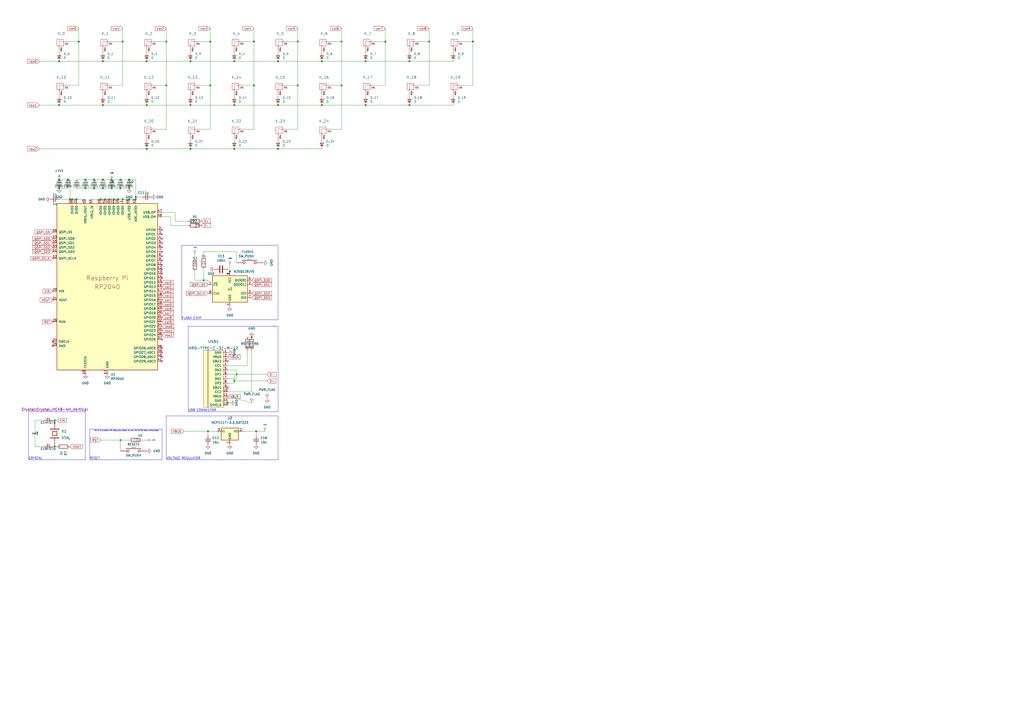
<source format=kicad_sch>
(kicad_sch (version 20230121) (generator eeschema)
  (paper "A2")
  (title_block (title "Steko v1") (rev "v1.0.4") (company "Quanic Boards"))
  (junction (at 78.74 114.3))
  (junction (at 135.89 220.98))
  (junction (at 96.52 49.53))
  (junction (at 31.75 259.08))
  (junction (at 110.49 60.96))
  (junction (at 248.92 24.13))
  (junction (at 237.49 60.96))
  (junction (at 85.09 60.96))
  (junction (at 34.29 104.14))
  (junction (at 39.37 104.14))
  (junction (at 74.93 104.14))
  (junction (at 186.69 60.96))
  (junction (at 135.89 35.56))
  (junction (at 133.35 157.48))
  (junction (at 161.29 35.56))
  (junction (at 74.93 109.22))
  (junction (at 120.65 250.19))
  (junction (at 58.42 115.57))
  (junction (at 146.05 195.58))
  (junction (at 223.52 24.13))
  (junction (at 20.32 251.46))
  (junction (at 121.92 24.13))
  (junction (at 63.5 115.57))
  (junction (at 186.69 35.56))
  (junction (at 44.45 115.57))
  (junction (at 34.29 60.96))
  (junction (at 132.08 233.68))
  (junction (at 59.69 104.14))
  (junction (at 198.12 49.53))
  (junction (at 64.77 109.22))
  (junction (at 147.32 24.13))
  (junction (at 78.74 115.57))
  (junction (at 54.61 104.14))
  (junction (at 34.29 109.22))
  (junction (at 74.93 115.57))
  (junction (at 137.16 217.17))
  (junction (at 54.61 109.22))
  (junction (at 71.12 24.13))
  (junction (at 85.09 35.56))
  (junction (at 64.77 104.14))
  (junction (at 161.29 60.96))
  (junction (at 172.72 24.13))
  (junction (at 135.89 60.96))
  (junction (at 147.32 49.53))
  (junction (at 161.29 86.36))
  (junction (at 85.09 86.36))
  (junction (at 96.52 24.13))
  (junction (at 40.64 115.57))
  (junction (at 172.72 49.53))
  (junction (at 66.04 115.57))
  (junction (at 274.32 24.13))
  (junction (at 148.59 250.19))
  (junction (at 45.72 24.13))
  (junction (at 135.89 86.36))
  (junction (at 60.96 115.57))
  (junction (at 212.09 35.56))
  (junction (at 49.53 109.22))
  (junction (at 198.12 24.13))
  (junction (at 110.49 35.56))
  (junction (at 71.12 115.57))
  (junction (at 41.91 115.57))
  (junction (at 59.69 35.56))
  (junction (at 69.85 109.22))
  (junction (at 69.85 104.14))
  (junction (at 49.53 104.14))
  (junction (at 110.49 86.36))
  (junction (at 59.69 109.22))
  (junction (at 34.29 35.56))
  (junction (at 68.58 115.57))
  (junction (at 31.75 243.84))
  (junction (at 59.69 60.96))
  (junction (at 212.09 60.96))
  (junction (at 69.85 255.27))
  (junction (at 237.49 35.56))
  (junction (at 121.92 49.53))
  (junction (at 118.11 162.56))
  (no_connect (at 132.08 209.55))
  (no_connect (at 93.98 158.75))
  (no_connect (at 93.98 204.47))
  (no_connect (at 132.08 224.79))
  (no_connect (at 93.98 196.85))
  (no_connect (at 93.98 133.35))
  (no_connect (at 30.48 198.12))
  (no_connect (at 93.98 209.55))
  (no_connect (at 93.98 156.21))
  (no_connect (at 93.98 153.67))
  (no_connect (at 93.98 151.13))
  (no_connect (at 93.98 148.59))
  (no_connect (at 93.98 146.05))
  (no_connect (at 93.98 143.51))
  (no_connect (at 93.98 140.97))
  (no_connect (at 93.98 138.43))
  (no_connect (at 93.98 135.89))
  (no_connect (at 30.48 200.66))
  (no_connect (at 93.98 161.29))
  (no_connect (at 93.98 201.93))
  (no_connect (at 93.98 207.01))
  (wire (pts (xy 166.37 49.53) (xy 172.72 49.53)))
  (polyline (pts (xy 160.02 189.23) (xy 109.22 189.23)))
  (wire (pts (xy 237.49 54.61) (xy 237.49 55.88)))
  (wire (pts (xy 85.09 255.27) (xy 82.55 255.27)))
  (wire (pts (xy 132.08 156.21) (xy 133.35 157.48)))
  (wire (pts (xy 59.69 104.14) (xy 64.77 104.14)))
  (wire (pts (xy 198.12 16.51) (xy 198.12 24.13)))
  (wire (pts (xy 135.89 86.36) (xy 161.29 86.36)))
  (wire (pts (xy 34.29 60.96) (xy 59.69 60.96)))
  (wire (pts (xy 31.75 243.84) (xy 33.02 243.84)))
  (wire (pts (xy 212.09 60.96) (xy 237.49 60.96)))
  (wire (pts (xy 191.77 74.93) (xy 198.12 74.93)))
  (polyline (pts (xy 161.29 238.76) (xy 161.29 189.23)))
  (wire (pts (xy 69.85 255.27) (xy 74.93 255.27)))
  (wire (pts (xy 140.97 74.93) (xy 147.32 74.93)))
  (wire (pts (xy 78.74 104.14) (xy 78.74 114.3)))
  (wire (pts (xy 147.32 49.53) (xy 147.32 74.93)))
  (wire (pts (xy 82.55 114.3) (xy 78.74 114.3)))
  (wire (pts (xy 85.09 35.56) (xy 110.49 35.56)))
  (wire (pts (xy 96.52 16.51) (xy 96.52 24.13)))
  (wire (pts (xy 54.61 104.14) (xy 59.69 104.14)))
  (wire (pts (xy 90.17 24.13) (xy 96.52 24.13)))
  (polyline (pts (xy 105.41 142.24) (xy 161.29 142.24)))
  (wire (pts (xy 59.69 54.61) (xy 59.69 55.88)))
  (wire (pts (xy 110.49 80.01) (xy 110.49 81.28)))
  (wire (pts (xy 59.69 109.22) (xy 64.77 109.22)))
  (wire (pts (xy 161.29 86.36) (xy 186.69 86.36)))
  (wire (pts (xy 34.29 54.61) (xy 34.29 55.88)))
  (polyline (pts (xy 52.07 248.92) (xy 93.98 248.92)))
  (wire (pts (xy 118.11 162.56) (xy 113.03 162.56)))
  (wire (pts (xy 137.16 217.17) (xy 154.94 217.17)))
  (polyline (pts (xy 109.22 189.23) (xy 109.22 238.76)))
  (wire (pts (xy 118.11 156.21) (xy 118.11 162.56)))
  (wire (pts (xy 25.4 243.84) (xy 20.32 243.84)))
  (wire (pts (xy 132.08 217.17) (xy 135.89 217.17)))
  (wire (pts (xy 34.29 104.14) (xy 39.37 104.14)))
  (wire (pts (xy 132.08 232.41) (xy 132.08 233.68)))
  (wire (pts (xy 186.69 35.56) (xy 212.09 35.56)))
  (wire (pts (xy 132.08 219.71) (xy 137.16 219.71)))
  (wire (pts (xy 101.6 123.19) (xy 101.6 128.27)))
  (wire (pts (xy 96.52 24.13) (xy 96.52 49.53)))
  (wire (pts (xy 217.17 49.53) (xy 223.52 49.53)))
  (wire (pts (xy 90.17 74.93) (xy 96.52 74.93)))
  (wire (pts (xy 132.08 227.33) (xy 146.05 227.33)))
  (wire (pts (xy 161.29 80.01) (xy 161.29 81.28)))
  (wire (pts (xy 217.17 24.13) (xy 223.52 24.13)))
  (wire (pts (xy 212.09 35.56) (xy 237.49 35.56)))
  (wire (pts (xy 120.65 165.1) (xy 120.65 162.56)))
  (wire (pts (xy 66.04 115.57) (xy 68.58 115.57)))
  (wire (pts (xy 85.09 80.01) (xy 85.09 81.28)))
  (wire (pts (xy 110.49 35.56) (xy 135.89 35.56)))
  (wire (pts (xy 147.32 24.13) (xy 147.32 49.53)))
  (wire (pts (xy 133.35 153.67) (xy 133.35 157.48)))
  (wire (pts (xy 39.37 24.13) (xy 45.72 24.13)))
  (wire (pts (xy 140.97 24.13) (xy 147.32 24.13)))
  (wire (pts (xy 58.42 115.57) (xy 60.96 115.57)))
  (wire (pts (xy 172.72 49.53) (xy 172.72 74.93)))
  (wire (pts (xy 113.03 147.32) (xy 113.03 149.86)))
  (wire (pts (xy 85.09 86.36) (xy 110.49 86.36)))
  (wire (pts (xy 148.59 250.19) (xy 153.67 250.19)))
  (wire (pts (xy 41.91 115.57) (xy 44.45 115.57)))
  (wire (pts (xy 143.51 203.2) (xy 143.51 212.09)))
  (wire (pts (xy 132.08 212.09) (xy 143.51 212.09)))
  (wire (pts (xy 20.32 243.84) (xy 20.32 251.46)))
  (wire (pts (xy 22.86 35.56) (xy 34.29 35.56)))
  (wire (pts (xy 40.64 115.57) (xy 41.91 115.57)))
  (wire (pts (xy 135.89 54.61) (xy 135.89 55.88)))
  (wire (pts (xy 172.72 16.51) (xy 172.72 24.13)))
  (wire (pts (xy 59.69 60.96) (xy 85.09 60.96)))
  (wire (pts (xy 110.49 60.96) (xy 135.89 60.96)))
  (wire (pts (xy 31.75 259.08) (xy 30.48 259.08)))
  (wire (pts (xy 132.08 233.68) (xy 133.35 233.68)))
  (wire (pts (xy 146.05 233.68) (xy 132.08 229.87)))
  (polyline (pts (xy 158.75 189.23) (xy 161.29 189.23)))
  (wire (pts (xy 99.06 130.81) (xy 109.22 130.81)))
  (wire (pts (xy 85.09 29.21) (xy 85.09 30.48)))
  (wire (pts (xy 161.29 60.96) (xy 186.69 60.96)))
  (polyline (pts (xy 161.29 241.3) (xy 96.52 241.3)))
  (wire (pts (xy 106.68 250.19) (xy 120.65 250.19)))
  (wire (pts (xy 121.92 16.51) (xy 121.92 24.13)))
  (wire (pts (xy 71.12 16.51) (xy 71.12 24.13)))
  (polyline (pts (xy 161.29 241.3) (xy 161.29 266.7)))
  (wire (pts (xy 248.92 24.13) (xy 248.92 49.53)))
  (polyline (pts (xy 161.29 185.42) (xy 105.41 185.42)))
  (wire (pts (xy 147.32 16.51) (xy 147.32 24.13)))
  (wire (pts (xy 161.29 29.21) (xy 161.29 30.48)))
  (wire (pts (xy 237.49 35.56) (xy 262.89 35.56)))
  (wire (pts (xy 93.98 123.19) (xy 101.6 123.19)))
  (polyline (pts (xy 49.53 238.76) (xy 16.51 238.76)))
  (wire (pts (xy 172.72 24.13) (xy 172.72 49.53)))
  (wire (pts (xy 60.96 115.57) (xy 63.5 115.57)))
  (wire (pts (xy 135.89 222.25) (xy 132.08 222.25)))
  (wire (pts (xy 71.12 24.13) (xy 71.12 49.53)))
  (wire (pts (xy 64.77 49.53) (xy 71.12 49.53)))
  (wire (pts (xy 34.29 29.21) (xy 34.29 30.48)))
  (wire (pts (xy 140.97 250.19) (xy 148.59 250.19)))
  (wire (pts (xy 33.02 259.08) (xy 31.75 259.08)))
  (wire (pts (xy 242.57 49.53) (xy 248.92 49.53)))
  (wire (pts (xy 137.16 214.63) (xy 137.16 217.17)))
  (wire (pts (xy 59.69 35.56) (xy 85.09 35.56)))
  (wire (pts (xy 113.03 157.48) (xy 113.03 162.56)))
  (wire (pts (xy 242.57 24.13) (xy 248.92 24.13)))
  (wire (pts (xy 40.64 115.57) (xy 40.64 104.14)))
  (wire (pts (xy 115.57 74.93) (xy 121.92 74.93)))
  (wire (pts (xy 39.37 49.53) (xy 45.72 49.53)))
  (wire (pts (xy 54.61 109.22) (xy 59.69 109.22)))
  (wire (pts (xy 53.34 115.57) (xy 58.42 115.57)))
  (wire (pts (xy 267.97 49.53) (xy 274.32 49.53)))
  (wire (pts (xy 135.89 29.21) (xy 135.89 30.48)))
  (wire (pts (xy 69.85 255.27) (xy 69.85 261.62)))
  (wire (pts (xy 223.52 16.51) (xy 223.52 24.13)))
  (wire (pts (xy 135.89 35.56) (xy 161.29 35.56)))
  (polyline (pts (xy 49.53 266.7) (xy 16.51 266.7)))
  (wire (pts (xy 248.92 16.51) (xy 248.92 24.13)))
  (wire (pts (xy 64.77 109.22) (xy 69.85 109.22)))
  (wire (pts (xy 191.77 49.53) (xy 198.12 49.53)))
  (wire (pts (xy 45.72 24.13) (xy 45.72 49.53)))
  (wire (pts (xy 101.6 128.27) (xy 109.22 128.27)))
  (wire (pts (xy 262.89 54.61) (xy 262.89 55.88)))
  (wire (pts (xy 223.52 24.13) (xy 223.52 49.53)))
  (wire (pts (xy 135.89 60.96) (xy 161.29 60.96)))
  (wire (pts (xy 71.12 115.57) (xy 74.93 115.57)))
  (wire (pts (xy 110.49 86.36) (xy 135.89 86.36)))
  (wire (pts (xy 90.17 49.53) (xy 96.52 49.53)))
  (wire (pts (xy 135.89 220.98) (xy 135.89 222.25)))
  (wire (pts (xy 262.89 29.21) (xy 262.89 30.48)))
  (polyline (pts (xy 105.41 142.24) (xy 105.41 185.42)))
  (wire (pts (xy 140.97 49.53) (xy 147.32 49.53)))
  (wire (pts (xy 34.29 109.22) (xy 39.37 109.22)))
  (wire (pts (xy 237.49 60.96) (xy 262.89 60.96)))
  (wire (pts (xy 115.57 49.53) (xy 121.92 49.53)))
  (wire (pts (xy 110.49 54.61) (xy 110.49 55.88)))
  (wire (pts (xy 34.29 115.57) (xy 40.64 115.57)))
  (wire (pts (xy 78.74 114.3) (xy 78.74 115.57)))
  (wire (pts (xy 44.45 109.22) (xy 49.53 109.22)))
  (wire (pts (xy 186.69 60.96) (xy 212.09 60.96)))
  (wire (pts (xy 30.48 243.84) (xy 31.75 243.84)))
  (wire (pts (xy 20.32 251.46) (xy 20.32 259.08)))
  (wire (pts (xy 25.4 259.08) (xy 20.32 259.08)))
  (wire (pts (xy 110.49 29.21) (xy 110.49 30.48)))
  (wire (pts (xy 69.85 109.22) (xy 74.93 109.22)))
  (wire (pts (xy 161.29 54.61) (xy 161.29 55.88)))
  (wire (pts (xy 68.58 115.57) (xy 71.12 115.57)))
  (wire (pts (xy 120.65 250.19) (xy 125.73 250.19)))
  (wire (pts (xy 59.69 29.21) (xy 59.69 30.48)))
  (wire (pts (xy 186.69 80.01) (xy 186.69 81.28)))
  (wire (pts (xy 22.86 60.96) (xy 34.29 60.96)))
  (wire (pts (xy 96.52 49.53) (xy 96.52 74.93)))
  (polyline (pts (xy 161.29 142.24) (xy 161.29 185.42)))
  (polyline (pts (xy 96.52 241.3) (xy 96.52 266.7)))
  (wire (pts (xy 121.92 49.53) (xy 121.92 74.93)))
  (wire (pts (xy 64.77 104.14) (xy 69.85 104.14)))
  (wire (pts (xy 237.49 29.21) (xy 237.49 30.48)))
  (wire (pts (xy 85.09 60.96) (xy 110.49 60.96)))
  (wire (pts (xy 135.89 220.98) (xy 154.94 220.98)))
  (wire (pts (xy 44.45 104.14) (xy 49.53 104.14)))
  (wire (pts (xy 132.08 214.63) (xy 137.16 214.63)))
  (polyline (pts (xy 109.22 238.76) (xy 161.29 238.76)))
  (wire (pts (xy 212.09 54.61) (xy 212.09 55.88)))
  (polyline (pts (xy 93.98 248.92) (xy 93.98 266.7)))
  (wire (pts (xy 143.51 195.58) (xy 146.05 195.58)))
  (wire (pts (xy 198.12 24.13) (xy 198.12 49.53)))
  (wire (pts (xy 146.05 227.33) (xy 146.05 203.2)))
  (wire (pts (xy 191.77 24.13) (xy 198.12 24.13)))
  (wire (pts (xy 137.16 146.05) (xy 137.16 152.4)))
  (polyline (pts (xy 52.07 266.7) (xy 52.07 248.92)))
  (wire (pts (xy 118.11 148.59) (xy 118.11 146.05)))
  (wire (pts (xy 93.98 125.73) (xy 99.06 125.73)))
  (wire (pts (xy 186.69 29.21) (xy 186.69 30.48)))
  (wire (pts (xy 148.59 250.19) (xy 148.59 252.73)))
  (wire (pts (xy 198.12 49.53) (xy 198.12 74.93)))
  (wire (pts (xy 58.42 255.27) (xy 69.85 255.27)))
  (wire (pts (xy 132.08 233.68) (xy 132.08 234.95)))
  (wire (pts (xy 166.37 74.93) (xy 172.72 74.93)))
  (wire (pts (xy 74.93 115.57) (xy 78.74 115.57)))
  (polyline (pts (xy 16.51 266.7) (xy 16.51 238.76)))
  (wire (pts (xy 45.72 16.51) (xy 45.72 24.13)))
  (wire (pts (xy 120.65 250.19) (xy 120.65 252.73)))
  (wire (pts (xy 121.92 24.13) (xy 121.92 49.53)))
  (wire (pts (xy 22.86 86.36) (xy 85.09 86.36)))
  (wire (pts (xy 166.37 24.13) (xy 172.72 24.13)))
  (wire (pts (xy 64.77 24.13) (xy 71.12 24.13)))
  (wire (pts (xy 161.29 35.56) (xy 186.69 35.56)))
  (wire (pts (xy 137.16 217.17) (xy 137.16 219.71)))
  (wire (pts (xy 49.53 109.22) (xy 54.61 109.22)))
  (polyline (pts (xy 93.98 266.7) (xy 52.07 266.7)))
  (polyline (pts (xy 49.53 238.76) (xy 49.53 266.7)))
  (wire (pts (xy 40.64 104.14) (xy 39.37 104.14)))
  (wire (pts (xy 274.32 24.13) (xy 274.32 49.53)))
  (wire (pts (xy 34.29 35.56) (xy 59.69 35.56)))
  (wire (pts (xy 118.11 146.05) (xy 137.16 146.05)))
  (wire (pts (xy 267.97 24.13) (xy 274.32 24.13)))
  (wire (pts (xy 186.69 54.61) (xy 186.69 55.88)))
  (wire (pts (xy 99.06 125.73) (xy 99.06 130.81)))
  (wire (pts (xy 63.5 115.57) (xy 66.04 115.57)))
  (wire (pts (xy 135.89 217.17) (xy 135.89 220.98)))
  (wire (pts (xy 120.65 162.56) (xy 118.11 162.56)))
  (polyline (pts (xy 96.52 266.7) (xy 161.29 266.7)))
  (wire (pts (xy 212.09 29.21) (xy 212.09 30.48)))
  (wire (pts (xy 274.32 16.51) (xy 274.32 24.13)))
  (wire (pts (xy 85.09 54.61) (xy 85.09 55.88)))
  (wire (pts (xy 135.89 80.01) (xy 135.89 81.28)))
  (wire (pts (xy 44.45 115.57) (xy 49.53 115.57)))
  (wire (pts (xy 69.85 104.14) (xy 74.93 104.14)))
  (wire (pts (xy 74.93 104.14) (xy 78.74 104.14)))
  (wire (pts (xy 49.53 104.14) (xy 54.61 104.14)))
  (wire (pts (xy 115.57 24.13) (xy 121.92 24.13)))
  (text "FLASH CHIP" (at 105.41 185.42 0) (effects (font (size 1.27 1.27)) (justify left bottom)))
  (text "RESET\n" (at 52.07 266.7 0) (effects (font (size 1.27 1.27)) (justify left bottom)))
  (text "USB CONNECTOR" (at 109.22 238.76 0) (effects (font (size 1.27 1.27)) (justify left bottom)))
  (text "CRYSTAL\n" (at 16.51 266.7 0) (effects (font (size 1.27 1.27)) (justify left bottom)))
  (text "RUN pin is by default HIGH using pullup resistor, and when LOW the MCU stops running (resets)" (at 54.61 250.19 0) (effects (font (size 0.5 0.5)) (justify left bottom)))
  (text "VOLTAGE REGULATOR\n" (at 96.52 266.7 0) (effects (font (size 1.27 1.27)) (justify left bottom)))
  (global_label "row2" (shape input) (at 22.86 86.36 180) (property "Intersheetrefs" "${INTERSHEET_REFS}" (effects hide)))
  (global_label "RST" (shape input) (at 30.48 186.69 180) (property "Intersheetrefs" "${INTERSHEET_REFS}" (effects hide)))
  (global_label "row1" (shape input) (at 93.98 191.77 0) (property "Intersheetrefs" "${INTERSHEET_REFS}" (effects hide)))
  (global_label "row2" (shape input) (at 93.98 194.31 0) (property "Intersheetrefs" "${INTERSHEET_REFS}" (effects hide)))
  (global_label "XOUT" (shape input) (at 30.48 173.99 180) (property "Intersheetrefs" "${INTERSHEET_REFS}" (effects hide)))
  (global_label "col2" (shape input) (at 96.52 16.51 180) (property "Intersheetrefs" "${INTERSHEET_REFS}" (effects hide)))
  (global_label "QSPI_SD1" (shape input) (at 30.48 140.97 180) (property "Intersheetrefs" "${INTERSHEET_REFS}" (effects hide)))
  (global_label "col4" (shape input) (at 93.98 173.99 0) (property "Intersheetrefs" "${INTERSHEET_REFS}" (effects hide)))
  (global_label "QSPI_SD2" (shape input) (at 30.48 143.51 180) (property "Intersheetrefs" "${INTERSHEET_REFS}" (effects hide)))
  (global_label "col5" (shape input) (at 93.98 176.53 0) (property "Intersheetrefs" "${INTERSHEET_REFS}" (effects hide)))
  (global_label "col5" (shape input) (at 172.72 16.51 180) (property "Intersheetrefs" "${INTERSHEET_REFS}" (effects hide)))
  (global_label "col6" (shape input) (at 93.98 179.07 0) (property "Intersheetrefs" "${INTERSHEET_REFS}" (effects hide)))
  (global_label "row0" (shape input) (at 22.86 35.56 180) (property "Intersheetrefs" "${INTERSHEET_REFS}" (effects hide)))
  (global_label "col6" (shape input) (at 198.12 16.51 180) (property "Intersheetrefs" "${INTERSHEET_REFS}" (effects hide)))
  (global_label "XOUT" (shape input) (at 40.64 259.08 0) (property "Intersheetrefs" "${INTERSHEET_REFS}" (effects hide)))
  (global_label "D+" (shape input) (at 154.94 220.98 0) (property "Intersheetrefs" "${INTERSHEET_REFS}" (effects hide)))
  (global_label "QSPI_SD3" (shape input) (at 30.48 146.05 180) (property "Intersheetrefs" "${INTERSHEET_REFS}" (effects hide)))
  (global_label "col8" (shape input) (at 248.92 16.51 180) (property "Intersheetrefs" "${INTERSHEET_REFS}" (effects hide)))
  (global_label "col0" (shape input) (at 45.72 16.51 180) (property "Intersheetrefs" "${INTERSHEET_REFS}" (effects hide)))
  (global_label "D-" (shape input) (at 116.84 130.81 0) (property "Intersheetrefs" "${INTERSHEET_REFS}" (effects hide)))
  (global_label "col1" (shape input) (at 71.12 16.51 180) (property "Intersheetrefs" "${INTERSHEET_REFS}" (effects hide)))
  (global_label "QSPI_SCLK" (shape input) (at 30.48 149.86 180) (property "Intersheetrefs" "${INTERSHEET_REFS}" (effects hide)))
  (global_label "col8" (shape input) (at 93.98 184.15 0) (property "Intersheetrefs" "${INTERSHEET_REFS}" (effects hide)))
  (global_label "VBUS" (shape input) (at 132.08 229.87 0) (property "Intersheetrefs" "${INTERSHEET_REFS}" (effects hide)))
  (global_label "RST" (shape input) (at 58.42 255.27 180) (property "Intersheetrefs" "${INTERSHEET_REFS}" (effects hide)))
  (global_label "row0" (shape input) (at 93.98 189.23 0) (property "Intersheetrefs" "${INTERSHEET_REFS}" (effects hide)))
  (global_label "row1" (shape input) (at 22.86 60.96 180) (property "Intersheetrefs" "${INTERSHEET_REFS}" (effects hide)))
  (global_label "col4" (shape input) (at 147.32 16.51 180) (property "Intersheetrefs" "${INTERSHEET_REFS}" (effects hide)))
  (global_label "VBUS" (shape input) (at 132.08 207.01 0) (property "Intersheetrefs" "${INTERSHEET_REFS}" (effects hide)))
  (global_label "D+" (shape input) (at 116.84 128.27 0) (property "Intersheetrefs" "${INTERSHEET_REFS}" (effects hide)))
  (global_label "QSPI_SD3" (shape input) (at 146.05 172.72 0) (property "Intersheetrefs" "${INTERSHEET_REFS}" (effects hide)))
  (global_label "col3" (shape input) (at 121.92 16.51 180) (property "Intersheetrefs" "${INTERSHEET_REFS}" (effects hide)))
  (global_label "col9" (shape input) (at 274.32 16.51 180) (property "Intersheetrefs" "${INTERSHEET_REFS}" (effects hide)))
  (global_label "VBUS" (shape input) (at 106.68 250.19 180) (property "Intersheetrefs" "${INTERSHEET_REFS}" (effects hide)))
  (global_label "col0" (shape input) (at 93.98 163.83 0) (property "Intersheetrefs" "${INTERSHEET_REFS}" (effects hide)))
  (global_label "col7" (shape input) (at 223.52 16.51 180) (property "Intersheetrefs" "${INTERSHEET_REFS}" (effects hide)))
  (global_label "QSPI_SS" (shape input) (at 30.48 134.62 180) (property "Intersheetrefs" "${INTERSHEET_REFS}" (effects hide)))
  (global_label "D-" (shape input) (at 154.94 217.17 0) (property "Intersheetrefs" "${INTERSHEET_REFS}" (effects hide)))
  (global_label "QSPI_SD2" (shape input) (at 146.05 170.18 0) (property "Intersheetrefs" "${INTERSHEET_REFS}" (effects hide)))
  (global_label "XIN" (shape input) (at 33.02 243.84 0) (property "Intersheetrefs" "${INTERSHEET_REFS}" (effects hide)))
  (global_label "QSPI_SD0" (shape input) (at 30.48 138.43 180) (property "Intersheetrefs" "${INTERSHEET_REFS}" (effects hide)))
  (global_label "XIN" (shape input) (at 30.48 168.91 180) (property "Intersheetrefs" "${INTERSHEET_REFS}" (effects hide)))
  (global_label "col2" (shape input) (at 93.98 168.91 0) (property "Intersheetrefs" "${INTERSHEET_REFS}" (effects hide)))
  (global_label "QSPI_SD0" (shape input) (at 146.05 162.56 0) (property "Intersheetrefs" "${INTERSHEET_REFS}" (effects hide)))
  (global_label "col7" (shape input) (at 93.98 181.61 0) (property "Intersheetrefs" "${INTERSHEET_REFS}" (effects hide)))
  (global_label "QSPI_SD1" (shape input) (at 146.05 165.1 0) (property "Intersheetrefs" "${INTERSHEET_REFS}" (effects hide)))
  (global_label "col3" (shape input) (at 93.98 171.45 0) (property "Intersheetrefs" "${INTERSHEET_REFS}" (effects hide)))
  (global_label "QSPI_SCLK" (shape input) (at 120.65 170.18 180) (property "Intersheetrefs" "${INTERSHEET_REFS}" (effects hide)))
  (global_label "QSPI_SS" (shape input) (at 120.65 165.1 180) (property "Intersheetrefs" "${INTERSHEET_REFS}" (effects hide)))
  (global_label "col9" (shape input) (at 93.98 186.69 0) (property "Intersheetrefs" "${INTERSHEET_REFS}" (effects hide)))
  (global_label "col1" (shape input) (at 93.98 166.37 0) (property "Intersheetrefs" "${INTERSHEET_REFS}" (effects hide)))
  (symbol (lib_id "power:GND") (at 85.09 261.62 90) (unit 1)
    (property "Reference" "#PWR0102" (effects hide))
    (property "Value" "GND" (at 88.9 261.6199 90) (effects (justify right)))
  )
  (symbol (lib_id "Device:D_Small") (at 161.29 58.42 90) (unit 1)
    (property "Reference" "D_15" (at 163.83 56.642 90) (effects (justify right)))
    (property "Value" "D" (at 163.83 58.928 90) (effects (justify right)))
    (property "Footprint" "Diode_SMD:D_SOD-123" (effects hide))
  )
  (symbol (lib_id "Device:C_Small") (at 59.69 106.68 0) (unit 1)
    (property "Reference" "C7" (at 58.42 105.41 0) (effects (justify left)))
    (property "Value" "100n" (at 57.15 107.95 0) (effects (justify left)))
    (property "Footprint" "Capacitor_SMD:C_1206_3216Metric" (effects hide))
  )
  (symbol (lib_id "MX_Alps_Hybrid:MX-NoLED") (at 60.96 25.4 0) (unit 1)
    (property "Reference" "K_1" (at 60.96 19.4818 0) (effects (font (size 1.524 1.524))))
    (property "Value" "KEYSW" (effects hide))
    (property "Footprint" "footprints:MX-1U-NoLED" (effects hide))
  )
  (symbol (lib_id "keyboard_parts:+3V3") (at 113.03 147.32 0) (unit 1)
    (property "Reference" "#PWR010" (effects hide))
    (property "Value" "+3V3" (at 113.03 143.51 0) (effects (font (size 0.762 0.762))))
  )
  (symbol (lib_id "RP2040_minimal-cache:Device_C") (at 128.27 156.21 90) (unit 1)
    (property "Reference" "C13" (at 128.27 148.59 90))
    (property "Value" "100n" (at 128.27 151.13 90))
    (property "Footprint" "Capacitor_SMD:C_1206_3216Metric" (effects hide))
    (property "LCSC" "C60474" (effects hide))
  )
  (symbol (lib_id "Device:D_Small") (at 59.69 58.42 90) (unit 1)
    (property "Reference" "D_11" (at 62.23 56.642 90) (effects (justify right)))
    (property "Value" "D" (at 62.23 58.928 90) (effects (justify right)))
    (property "Footprint" "Diode_SMD:D_SOD-123" (effects hide))
  )
  (symbol (lib_id "MX_Alps_Hybrid:MX-NoLED") (at 238.76 50.8 0) (unit 1)
    (property "Reference" "K_18" (at 238.76 44.8818 0) (effects (font (size 1.524 1.524))))
    (property "Value" "KEYSW" (effects hide))
    (property "Footprint" "footprints:MX-1U-NoLED" (effects hide))
  )
  (symbol (lib_id "MX_Alps_Hybrid:MX-NoLED") (at 187.96 50.8 0) (unit 1)
    (property "Reference" "K_16" (at 187.96 44.8818 0) (effects (font (size 1.524 1.524))))
    (property "Value" "KEYSW" (effects hide))
    (property "Footprint" "footprints:MX-1U-NoLED" (effects hide))
  )
  (symbol (lib_id "keyboard_parts:SW_PUSH") (at 144.78 152.4 0) (unit 1)
    (property "Reference" "FLASH1" (at 147.32 146.05 0) (effects (justify right)))
    (property "Value" "SW_PUSH" (at 147.32 148.59 0) (effects (justify right)))
    (property "Footprint" "Button_Switch_SMD:SW_SPST_PTS645" (effects hide))
  )
  (symbol (lib_id "Device:C_Small") (at 69.85 106.68 0) (unit 1)
    (property "Reference" "C9" (at 68.58 105.41 0) (effects (justify left)))
    (property "Value" "100n" (at 67.31 107.95 0) (effects (justify left)))
    (property "Footprint" "Capacitor_SMD:C_1206_3216Metric" (effects hide))
  )
  (symbol (lib_id "Device:D_Small") (at 186.69 33.02 90) (unit 1)
    (property "Reference" "D_6" (at 189.23 31.242 90) (effects (justify right)))
    (property "Value" "D" (at 189.23 33.528 90) (effects (justify right)))
    (property "Footprint" "Diode_SMD:D_SOD-123" (effects hide))
  )
  (symbol (lib_id "MX_Alps_Hybrid:MX-NoLED") (at 86.36 76.2 0) (unit 1)
    (property "Reference" "K_20" (at 86.36 70.2818 0) (effects (font (size 1.524 1.524))))
    (property "Value" "KEYSW" (effects hide))
    (property "Footprint" "footprints:MX-1U-NoLED" (effects hide))
  )
  (symbol (lib_id "Device:C_Small") (at 49.53 106.68 0) (unit 1)
    (property "Reference" "C5" (at 48.26 105.41 0) (effects (justify left)))
    (property "Value" "100n" (at 46.99 107.95 0) (effects (justify left)))
    (property "Footprint" "Capacitor_SMD:C_1206_3216Metric" (effects hide))
  )
  (symbol (lib_id "Device:C_Small") (at 31.75 115.57 270) (unit 1)
    (property "Reference" "C1" (at 30.48 113.03 90) (effects (justify left)))
    (property "Value" "1u" (at 30.48 118.11 90) (effects (justify left)))
    (property "Footprint" "Capacitor_SMD:C_1206_3216Metric" (effects hide))
  )
  (symbol (lib_id "power:+1V1") (at 34.29 104.14 0) (unit 1)
    (property "Reference" "#PWR03" (effects hide))
    (property "Value" "+1V1" (at 34.29 99.06 0))
  )
  (symbol (lib_id "Device:D_Small") (at 161.29 33.02 90) (unit 1)
    (property "Reference" "D_5" (at 163.83 31.242 90) (effects (justify right)))
    (property "Value" "D" (at 163.83 33.528 90) (effects (justify right)))
    (property "Footprint" "Diode_SMD:D_SOD-123" (effects hide))
  )
  (symbol (lib_id "Device:C_Small") (at 34.29 106.68 0) (unit 1)
    (property "Reference" "C2" (at 33.02 105.41 0) (effects (justify left)))
    (property "Value" "100n" (at 31.75 107.95 0) (effects (justify left)))
    (property "Footprint" "Capacitor_SMD:C_1206_3216Metric" (effects hide))
  )
  (symbol (lib_id "Device:C_Small") (at 64.77 106.68 0) (unit 1)
    (property "Reference" "C8" (at 63.5 105.41 0) (effects (justify left)))
    (property "Value" "100n" (at 62.23 107.95 0) (effects (justify left)))
    (property "Footprint" "Capacitor_SMD:C_1206_3216Metric" (effects hide))
  )
  (symbol (lib_id "Device:C_Small") (at 120.65 255.27 0) (unit 1)
    (property "Reference" "C12" (at 123.19 254.0062 0) (effects (justify left)))
    (property "Value" "10u" (at 123.19 256.5462 0) (effects (justify left)))
    (property "Footprint" "Capacitor_SMD:C_1206_3216Metric" (effects hide))
  )
  (symbol (lib_id "Device:C_Small") (at 54.61 106.68 0) (unit 1)
    (property "Reference" "C6" (at 53.34 105.41 0) (effects (justify left)))
    (property "Value" "100n" (at 52.07 107.95 0) (effects (justify left)))
    (property "Footprint" "Capacitor_SMD:C_1206_3216Metric" (effects hide))
  )
  (symbol (lib_id "Device:D_Small") (at 59.69 33.02 90) (unit 1)
    (property "Reference" "D_1" (at 62.23 31.242 90) (effects (justify right)))
    (property "Value" "D" (at 62.23 33.528 90) (effects (justify right)))
    (property "Footprint" "Diode_SMD:D_SOD-123" (effects hide))
  )
  (symbol (lib_id "power:GND") (at 154.94 231.14 0) (unit 1)
    (property "Reference" "#PWR0103" (effects hide))
    (property "Value" "GND" (at 154.94 236.22 0))
  )
  (symbol (lib_id "MX_Alps_Hybrid:MX-NoLED") (at 264.16 50.8 0) (unit 1)
    (property "Reference" "K_19" (at 264.16 44.8818 0) (effects (font (size 1.524 1.524))))
    (property "Value" "KEYSW" (effects hide))
    (property "Footprint" "footprints:MX-1U-NoLED" (effects hide))
  )
  (symbol (lib_id "MX_Alps_Hybrid:MX-NoLED") (at 35.56 50.8 0) (unit 1)
    (property "Reference" "K_10" (at 35.56 44.8818 0) (effects (font (size 1.524 1.524))))
    (property "Value" "KEYSW" (effects hide))
    (property "Footprint" "footprints:MX-1U-NoLED" (effects hide))
  )
  (symbol (lib_id "keyboard_parts:+3V3") (at 133.35 153.67 0) (unit 1)
    (property "Reference" "#PWR014" (effects hide))
    (property "Value" "+3V3" (at 133.35 149.86 0) (effects (font (size 0.762 0.762))))
  )
  (symbol (lib_id "MX_Alps_Hybrid:MX-NoLED") (at 86.36 50.8 0) (unit 1)
    (property "Reference" "K_12" (at 86.36 44.8818 0) (effects (font (size 1.524 1.524))))
    (property "Value" "KEYSW" (effects hide))
    (property "Footprint" "footprints:MX-1U-NoLED" (effects hide))
  )
  (symbol (lib_id "Device:D_Small") (at 34.29 58.42 90) (unit 1)
    (property "Reference" "D_10" (at 36.83 56.642 90) (effects (justify right)))
    (property "Value" "D" (at 36.83 58.928 90) (effects (justify right)))
    (property "Footprint" "Diode_SMD:D_SOD-123" (effects hide))
  )
  (symbol (lib_id "MX_Alps_Hybrid:MX-NoLED") (at 187.96 76.2 0) (unit 1)
    (property "Reference" "K_24" (at 187.96 70.2818 0) (effects (font (size 1.524 1.524))))
    (property "Value" "KEYSW" (effects hide))
    (property "Footprint" "footprints:MX-1U-NoLED" (effects hide))
  )
  (symbol (lib_id "Device:C_Small") (at 74.93 106.68 0) (unit 1)
    (property "Reference" "C10" (at 73.66 105.41 0) (effects (justify left)))
    (property "Value" "100n" (at 72.39 107.95 0) (effects (justify left)))
    (property "Footprint" "Capacitor_SMD:C_1206_3216Metric" (effects hide))
  )
  (symbol (lib_id "Device:R") (at 113.03 153.67 0) (unit 1)
    (property "Reference" "R3" (at 111.76 149.86 0) (effects (justify left)))
    (property "Value" "10k" (at 113.03 154.94 90) (effects (justify left)))
    (property "Footprint" "Resistor_SMD:R_1206_3216Metric" (effects hide))
  )
  (symbol (lib_id "power:GND") (at 133.35 257.81 0) (unit 1)
    (property "Reference" "#PWR017" (effects hide))
    (property "Value" "GND" (at 133.35 262.89 0))
  )
  (symbol (lib_id "power:GND") (at 74.93 109.22 0) (unit 1)
    (property "Reference" "#PWR08" (effects hide))
    (property "Value" "GND" (at 74.93 114.3 0))
  )
  (symbol (lib_id "power:PWR_FLAG") (at 154.94 231.14 0) (unit 1)
    (property "Reference" "#FLG0101" (effects hide))
    (property "Value" "PWR_FLAG" (at 154.94 226.06 0))
  )
  (symbol (lib_id "MX_Alps_Hybrid:MX-NoLED") (at 162.56 76.2 0) (unit 1)
    (property "Reference" "K_23" (at 162.56 70.2818 0) (effects (font (size 1.524 1.524))))
    (property "Value" "KEYSW" (effects hide))
    (property "Footprint" "footprints:MX-1U-NoLED" (effects hide))
  )
  (symbol (lib_id "power:GND") (at 124.46 156.21 270) (unit 1)
    (property "Reference" "#PWR012" (effects hide))
    (property "Value" "GND" (at 124.46 158.75 90) (effects (justify right)))
  )
  (symbol (lib_id "power:GND") (at 49.53 217.17 0) (unit 1)
    (property "Reference" "#PWR05" (effects hide))
    (property "Value" "GND" (at 49.53 222.25 0))
  )
  (symbol (lib_id "power:GND") (at 34.29 109.22 0) (unit 1)
    (property "Reference" "#PWR04" (effects hide))
    (property "Value" "GND" (at 34.29 114.3 0))
  )
  (symbol (lib_id "MX_Alps_Hybrid:MX-NoLED") (at 264.16 25.4 0) (unit 1)
    (property "Reference" "K_9" (at 264.16 19.4818 0) (effects (font (size 1.524 1.524))))
    (property "Value" "KEYSW" (effects hide))
    (property "Footprint" "footprints:MX-1U-NoLED" (effects hide))
  )
  (symbol (lib_id "MX_Alps_Hybrid:MX-NoLED") (at 238.76 25.4 0) (unit 1)
    (property "Reference" "K_8" (at 238.76 19.4818 0) (effects (font (size 1.524 1.524))))
    (property "Value" "KEYSW" (effects hide))
    (property "Footprint" "footprints:MX-1U-NoLED" (effects hide))
  )
  (symbol (lib_id "Regulator_Linear:NCP1117-3.3_SOT223") (at 133.35 250.19 0) (unit 1)
    (property "Reference" "U3" (at 133.35 242.57 0))
    (property "Value" "NCP1117-3.3_SOT223" (at 133.35 245.11 0))
    (property "Footprint" "Package_TO_SOT_SMD:SOT-223-3_TabPin2" (effects hide))
    (property "Datasheet" "http://www.onsemi.com/pub_link/Collateral/NCP1117-D.PDF" (effects hide))
  )
  (symbol (lib_id "MX_Alps_Hybrid:MX-NoLED") (at 213.36 50.8 0) (unit 1)
    (property "Reference" "K_17" (at 213.36 44.8818 0) (effects (font (size 1.524 1.524))))
    (property "Value" "KEYSW" (effects hide))
    (property "Footprint" "footprints:MX-1U-NoLED" (effects hide))
  )
  (symbol (lib_id "Device:R") (at 143.51 199.39 0) (unit 1)
    (property "Reference" "R5" (at 139.7 199.39 0) (effects (justify left)))
    (property "Value" "5.1k" (at 143.51 201.93 90) (effects (justify left)))
    (property "Footprint" "Resistor_SMD:R_1206_3216Metric" (effects hide))
  )
  (symbol (lib_id "keyboard_parts:GND") (at 20.32 251.46 270) (unit 1)
    (property "Reference" "#PWR01" (effects hide))
    (property "Value" "GND" (at 21.59 251.46 0) (effects (font (size 0.762 0.762))))
  )
  (symbol (lib_id "MX_Alps_Hybrid:MX-NoLED") (at 162.56 25.4 0) (unit 1)
    (property "Reference" "K_5" (at 162.56 19.4818 0) (effects (font (size 1.524 1.524))))
    (property "Value" "KEYSW" (effects hide))
    (property "Footprint" "footprints:MX-1U-NoLED" (effects hide))
  )
  (symbol (lib_id "Device:D_Small") (at 161.29 83.82 90) (unit 1)
    (property "Reference" "D_23" (at 163.83 82.042 90) (effects (justify right)))
    (property "Value" "D" (at 163.83 84.328 90) (effects (justify right)))
    (property "Footprint" "Diode_SMD:D_SOD-123" (effects hide))
  )
  (symbol (lib_id "Device:R") (at 113.03 130.81 270) (unit 1)
    (property "Reference" "R2" (at 113.03 128.27 90))
    (property "Value" "27" (at 114.3 130.81 90))
    (property "Footprint" "Resistor_SMD:R_1206_3216Metric" (effects hide))
  )
  (symbol (lib_id "Device:D_Small") (at 110.49 58.42 90) (unit 1)
    (property "Reference" "D_13" (at 113.03 56.642 90) (effects (justify right)))
    (property "Value" "D" (at 113.03 58.928 90) (effects (justify right)))
    (property "Footprint" "Diode_SMD:D_SOD-123" (effects hide))
  )
  (symbol (lib_id "Device:R") (at 113.03 128.27 270) (unit 1)
    (property "Reference" "R1" (at 113.03 125.73 90))
    (property "Value" "27" (at 111.76 128.27 90))
    (property "Footprint" "Resistor_SMD:R_1206_3216Metric" (effects hide))
  )
  (symbol (lib_id "Device:C_Small") (at 27.94 243.84 270) (unit 1)
    (property "Reference" "C14" (at 25.4 245.11 90))
    (property "Value" "27p" (at 30.48 245.11 90))
    (property "Footprint" "Capacitor_SMD:C_1206_3216Metric" (effects hide))
  )
  (symbol (lib_id "power:GND") (at 29.21 115.57 270) (unit 1)
    (property "Reference" "#PWR02" (effects hide))
    (property "Value" "GND" (at 24.13 115.57 90))
  )
  (symbol (lib_id "RP2040_minimal-cache:W25Q128JVS") (at 133.35 167.64 0) (unit 1)
    (property "Reference" "U2" (at 132.08 167.64 0) (effects (justify left)))
    (property "Value" "W25Q128JVS" (at 135.3694 157.48 0) (effects (justify left)))
    (property "Footprint" "Package_SO:SOIC-8_5.23x5.23mm_P1.27mm" (effects hide))
    (property "LCSC" "C113767" (effects hide))
  )
  (symbol (lib_id "MX_Alps_Hybrid:MX-NoLED") (at 86.36 25.4 0) (unit 1)
    (property "Reference" "K_2" (at 86.36 19.4818 0) (effects (font (size 1.524 1.524))))
    (property "Value" "KEYSW" (effects hide))
    (property "Footprint" "footprints:MX-1U-NoLED" (effects hide))
  )
  (symbol (lib_id "Device:C_Small") (at 85.09 114.3 90) (unit 1)
    (property "Reference" "C11" (at 83.8262 111.76 90) (effects (justify left)))
    (property "Value" "1u" (at 86.3662 111.76 90) (effects (justify left)))
    (property "Footprint" "Capacitor_SMD:C_1206_3216Metric" (effects hide))
  )
  (symbol (lib_id "power:GND") (at 120.65 257.81 0) (unit 1)
    (property "Reference" "#PWR011" (effects hide))
    (property "Value" "GND" (at 120.65 262.89 0))
  )
  (symbol (lib_id "Device:D_Small") (at 212.09 58.42 90) (unit 1)
    (property "Reference" "D_17" (at 214.63 56.642 90) (effects (justify right)))
    (property "Value" "D" (at 214.63 58.928 90) (effects (justify right)))
    (property "Footprint" "Diode_SMD:D_SOD-123" (effects hide))
  )
  (symbol (lib_id "MX_Alps_Hybrid:MX-NoLED") (at 35.56 25.4 0) (unit 1)
    (property "Reference" "K_0" (at 35.56 19.4818 0) (effects (font (size 1.524 1.524))))
    (property "Value" "KEYSW" (effects hide))
    (property "Footprint" "footprints:MX-1U-NoLED" (effects hide))
  )
  (symbol (lib_id "power:GND") (at 146.05 195.58 180) (unit 1)
    (property "Reference" "#PWR018" (effects hide))
    (property "Value" "GND" (at 146.05 190.5 0))
  )
  (symbol (lib_id "Device:D_Small") (at 85.09 33.02 90) (unit 1)
    (property "Reference" "D_2" (at 87.63 31.242 90) (effects (justify right)))
    (property "Value" "D" (at 87.63 33.528 90) (effects (justify right)))
    (property "Footprint" "Diode_SMD:D_SOD-123" (effects hide))
  )
  (symbol (lib_id "MX_Alps_Hybrid:MX-NoLED") (at 111.76 25.4 0) (unit 1)
    (property "Reference" "K_3" (at 111.76 19.4818 0) (effects (font (size 1.524 1.524))))
    (property "Value" "KEYSW" (effects hide))
    (property "Footprint" "footprints:MX-1U-NoLED" (effects hide))
  )
  (symbol (lib_id "power:PWR_FLAG") (at 146.05 233.68 0) (unit 1)
    (property "Reference" "#FLG0102" (effects hide))
    (property "Value" "PWR_FLAG" (at 146.05 228.6 0))
  )
  (symbol (lib_id "Device:R") (at 146.05 199.39 0) (unit 1)
    (property "Reference" "R6" (at 147.32 199.39 0) (effects (justify left)))
    (property "Value" "5.1k" (at 146.05 201.93 90) (effects (justify left)))
    (property "Footprint" "Resistor_SMD:R_1206_3216Metric" (effects hide))
  )
  (symbol (lib_id "MX_Alps_Hybrid:MX-NoLED") (at 187.96 25.4 0) (unit 1)
    (property "Reference" "K_6" (at 187.96 19.4818 0) (effects (font (size 1.524 1.524))))
    (property "Value" "KEYSW" (effects hide))
    (property "Footprint" "footprints:MX-1U-NoLED" (effects hide))
  )
  (symbol (lib_id "Device:D_Small") (at 262.89 58.42 90) (unit 1)
    (property "Reference" "D_19" (at 265.43 56.642 90) (effects (justify right)))
    (property "Value" "D" (at 265.43 58.928 90) (effects (justify right)))
    (property "Footprint" "Diode_SMD:D_SOD-123" (effects hide))
  )
  (symbol (lib_id "MX_Alps_Hybrid:MX-NoLED") (at 137.16 25.4 0) (unit 1)
    (property "Reference" "K_4" (at 137.16 19.4818 0) (effects (font (size 1.524 1.524))))
    (property "Value" "KEYSW" (effects hide))
    (property "Footprint" "footprints:MX-1U-NoLED" (effects hide))
  )
  (symbol (lib_id "Device:R") (at 78.74 255.27 270) (unit 1)
    (property "Reference" "R8" (at 80.01 252.73 90) (effects (justify left)))
    (property "Value" "10k" (at 77.47 255.27 90) (effects (justify left)))
    (property "Footprint" "Resistor_SMD:R_1206_3216Metric" (effects hide))
  )
  (symbol (lib_id "Device:D_Small") (at 186.69 58.42 90) (unit 1)
    (property "Reference" "D_16" (at 189.23 56.642 90) (effects (justify right)))
    (property "Value" "D" (at 189.23 58.928 90) (effects (justify right)))
    (property "Footprint" "Diode_SMD:D_SOD-123" (effects hide))
  )
  (symbol (lib_id "Device:R") (at 118.11 152.4 0) (unit 1)
    (property "Reference" "R4" (at 116.84 148.59 0) (effects (justify left)))
    (property "Value" "1k" (at 118.11 153.67 90) (effects (justify left)))
    (property "Footprint" "Resistor_SMD:R_1206_3216Metric" (effects hide))
  )
  (symbol (lib_id "Device:D_Small") (at 135.89 58.42 90) (unit 1)
    (property "Reference" "D_14" (at 138.43 56.642 90) (effects (justify right)))
    (property "Value" "D" (at 138.43 58.928 90) (effects (justify right)))
    (property "Footprint" "Diode_SMD:D_SOD-123" (effects hide))
  )
  (symbol (lib_id "Device:D_Small") (at 85.09 83.82 90) (unit 1)
    (property "Reference" "D_20" (at 87.63 82.042 90) (effects (justify right)))
    (property "Value" "D" (at 87.63 84.328 90) (effects (justify right)))
    (property "Footprint" "Diode_SMD:D_SOD-123" (effects hide))
  )
  (symbol (lib_id "MX_Alps_Hybrid:MX-NoLED") (at 111.76 50.8 0) (unit 1)
    (property "Reference" "K_13" (at 111.76 44.8818 0) (effects (font (size 1.524 1.524))))
    (property "Value" "KEYSW" (effects hide))
    (property "Footprint" "footprints:MX-1U-NoLED" (effects hide))
  )
  (symbol (lib_id "Type-C:HRO-TYPE-C-31-M-12") (at 129.54 218.44 0) (unit 1)
    (property "Reference" "USB1" (at 123.825 198.12 0) (effects (font (size 1.524 1.524))))
    (property "Value" "HRO-TYPE-C-31-M-12" (at 123.825 201.93 0) (effects (font (size 1.524 1.524))))
    (property "Footprint" "footprints:HRO-TYPE-C-31-M-12" (effects hide))
  )
  (symbol (lib_id "Device:D_Small") (at 186.69 83.82 90) (unit 1)
    (property "Reference" "D_24" (at 189.23 82.042 90) (effects (justify right)))
    (property "Value" "D" (at 189.23 84.328 90) (effects (justify right)))
    (property "Footprint" "Diode_SMD:D_SOD-123" (effects hide))
  )
  (symbol (lib_id "Device:D_Small") (at 237.49 58.42 90) (unit 1)
    (property "Reference" "D_18" (at 240.03 56.642 90) (effects (justify right)))
    (property "Value" "D" (at 240.03 58.928 90) (effects (justify right)))
    (property "Footprint" "Diode_SMD:D_SOD-123" (effects hide))
  )
  (symbol (lib_id "power:GND") (at 152.4 152.4 90) (unit 1)
    (property "Reference" "#PWR020" (effects hide))
    (property "Value" "GND" (at 157.48 152.4 0))
  )
  (symbol (lib_id "keyboard_parts:+3V3") (at 153.67 250.19 0) (unit 1)
    (property "Reference" "#PWR021" (effects hide))
    (property "Value" "+3V3" (at 153.67 246.38 0) (effects (font (size 0.762 0.762))))
  )
  (symbol (lib_id "Device:D_Small") (at 110.49 33.02 90) (unit 1)
    (property "Reference" "D_3" (at 113.03 31.242 90) (effects (justify right)))
    (property "Value" "D" (at 113.03 33.528 90) (effects (justify right)))
    (property "Footprint" "Diode_SMD:D_SOD-123" (effects hide))
  )
  (symbol (lib_id "MX_Alps_Hybrid:MX-NoLED") (at 137.16 50.8 0) (unit 1)
    (property "Reference" "K_14" (at 137.16 44.8818 0) (effects (font (size 1.524 1.524))))
    (property "Value" "KEYSW" (effects hide))
    (property "Footprint" "footprints:MX-1U-NoLED" (effects hide))
  )
  (symbol (lib_id "power:GND") (at 62.23 217.17 0) (unit 1)
    (property "Reference" "#PWR06" (effects hide))
    (property "Value" "GND" (at 62.23 222.25 0))
  )
  (symbol (lib_id "MX_Alps_Hybrid:MX-NoLED") (at 111.76 76.2 0) (unit 1)
    (property "Reference" "K_21" (at 111.76 70.2818 0) (effects (font (size 1.524 1.524))))
    (property "Value" "KEYSW" (effects hide))
    (property "Footprint" "footprints:MX-1U-NoLED" (effects hide))
  )
  (symbol (lib_id "Device:D_Small") (at 34.29 33.02 90) (unit 1)
    (property "Reference" "D_0" (at 36.83 31.242 90) (effects (justify right)))
    (property "Value" "D" (at 36.83 33.528 90) (effects (justify right)))
    (property "Footprint" "Diode_SMD:D_SOD-123" (effects hide))
  )
  (symbol (lib_id "MX_Alps_Hybrid:MX-NoLED") (at 137.16 76.2 0) (unit 1)
    (property "Reference" "K_22" (at 137.16 70.2818 0) (effects (font (size 1.524 1.524))))
    (property "Value" "KEYSW" (effects hide))
    (property "Footprint" "footprints:MX-1U-NoLED" (effects hide))
  )
  (symbol (lib_id "MCU_RaspberryPi_RP2040:RP2040") (at 62.23 166.37 0) (unit 1)
    (property "Reference" "U1" (at 64.2494 217.17 0) (effects (justify left)))
    (property "Value" "RP2040" (at 64.2494 219.71 0) (effects (justify left)))
    (property "Footprint" "footprints:RP2040-QFN-56" (effects hide))
  )
  (symbol (lib_id "power:GND") (at 148.59 257.81 0) (unit 1)
    (property "Reference" "#PWR019" (effects hide))
    (property "Value" "GND" (at 148.59 262.89 0))
  )
  (symbol (lib_id "keyboard_parts:XTAL") (at 31.75 251.46 270) (unit 1)
    (property "Reference" "X1" (at 35.56 250.19 90) (effects (font (size 1.524 1.524)) (justify left)))
    (property "Value" "XTAL" (at 35.56 254 90) (effects (font (size 1.524 1.524)) (justify left)))
    (property "Footprint" "Crystal:Crystal_HC49-4H_Vertical" (at 31.75 237.49 90) (effects (font (size 1.524 1.524))))
  )
  (symbol (lib_id "Device:C_Small") (at 27.94 259.08 270) (unit 1)
    (property "Reference" "C15" (at 25.4 260.35 90))
    (property "Value" "27p" (at 30.48 260.35 90))
    (property "Footprint" "Capacitor_SMD:C_1206_3216Metric" (effects hide))
  )
  (symbol (lib_id "power:GND") (at 87.63 114.3 90) (unit 1)
    (property "Reference" "#PWR09" (effects hide))
    (property "Value" "GND" (at 92.71 114.3 90))
  )
  (symbol (lib_id "Device:D_Small") (at 237.49 33.02 90) (unit 1)
    (property "Reference" "D_8" (at 240.03 31.242 90) (effects (justify right)))
    (property "Value" "D" (at 240.03 33.528 90) (effects (justify right)))
    (property "Footprint" "Diode_SMD:D_SOD-123" (effects hide))
  )
  (symbol (lib_id "keyboard_parts:+3V3") (at 85.09 255.27 270) (unit 1)
    (property "Reference" "#PWR0101" (effects hide))
    (property "Value" "+3V3" (at 88.9 255.27 90) (effects (font (size 0.762 0.762))))
  )
  (symbol (lib_id "Device:C_Small") (at 39.37 106.68 0) (unit 1)
    (property "Reference" "C3" (at 38.1 105.41 0) (effects (justify left)))
    (property "Value" "100n" (at 36.83 107.95 0) (effects (justify left)))
    (property "Footprint" "Capacitor_SMD:C_1206_3216Metric" (effects hide))
  )
  (symbol (lib_id "keyboard_parts:SW_PUSH") (at 77.47 261.62 0) (unit 1)
    (property "Reference" "RESET1" (at 77.47 257.81 0))
    (property "Value" "SW_PUSH" (at 77.47 264.16 0))
    (property "Footprint" "Button_Switch_SMD:SW_SPST_PTS645" (effects hide))
  )
  (symbol (lib_id "MX_Alps_Hybrid:MX-NoLED") (at 162.56 50.8 0) (unit 1)
    (property "Reference" "K_15" (at 162.56 44.8818 0) (effects (font (size 1.524 1.524))))
    (property "Value" "KEYSW" (effects hide))
    (property "Footprint" "footprints:MX-1U-NoLED" (effects hide))
  )
  (symbol (lib_id "Device:D_Small") (at 85.09 58.42 90) (unit 1)
    (property "Reference" "D_12" (at 87.63 56.642 90) (effects (justify right)))
    (property "Value" "D" (at 87.63 58.928 90) (effects (justify right)))
    (property "Footprint" "Diode_SMD:D_SOD-123" (effects hide))
  )
  (symbol (lib_id "Device:C_Small") (at 148.59 255.27 0) (unit 1)
    (property "Reference" "C16" (at 151.13 254.0062 0) (effects (justify left)))
    (property "Value" "10u" (at 151.13 256.5462 0) (effects (justify left)))
    (property "Footprint" "Capacitor_SMD:C_1206_3216Metric" (effects hide))
  )
  (symbol (lib_id "Device:D_Small") (at 212.09 33.02 90) (unit 1)
    (property "Reference" "D_7" (at 214.63 31.242 90) (effects (justify right)))
    (property "Value" "D" (at 214.63 33.528 90) (effects (justify right)))
    (property "Footprint" "Diode_SMD:D_SOD-123" (effects hide))
  )
  (symbol (lib_id "power:GND") (at 132.08 204.47 90) (unit 1)
    (property "Reference" "#PWR013" (effects hide))
    (property "Value" "GND" (at 135.89 204.47 0))
  )
  (symbol (lib_id "MX_Alps_Hybrid:MX-NoLED") (at 60.96 50.8 0) (unit 1)
    (property "Reference" "K_11" (at 60.96 44.8818 0) (effects (font (size 1.524 1.524))))
    (property "Value" "KEYSW" (effects hide))
    (property "Footprint" "footprints:MX-1U-NoLED" (effects hide))
  )
  (symbol (lib_id "power:GND") (at 133.35 177.8 0) (unit 1)
    (property "Reference" "#PWR015" (effects hide))
    (property "Value" "GND" (at 133.35 182.88 0))
  )
  (symbol (lib_id "Device:D_Small") (at 110.49 83.82 90) (unit 1)
    (property "Reference" "D_21" (at 113.03 82.042 90) (effects (justify right)))
    (property "Value" "D" (at 113.03 84.328 90) (effects (justify right)))
    (property "Footprint" "Diode_SMD:D_SOD-123" (effects hide))
  )
  (symbol (lib_id "Device:D_Small") (at 262.89 33.02 90) (unit 1)
    (property "Reference" "D_9" (at 265.43 31.242 90) (effects (justify right)))
    (property "Value" "D" (at 265.43 33.528 90) (effects (justify right)))
    (property "Footprint" "Diode_SMD:D_SOD-123" (effects hide))
  )
  (symbol (lib_id "Device:R") (at 36.83 259.08 270) (unit 1)
    (property "Reference" "R7" (at 38.1001 261.62 0) (effects (justify left)))
    (property "Value" "1k" (at 35.5601 261.62 0) (effects (justify left)))
    (property "Footprint" "Resistor_SMD:R_1206_3216Metric" (effects hide))
  )
  (symbol (lib_id "power:GND") (at 133.35 233.68 90) (unit 1)
    (property "Reference" "#PWR016" (effects hide))
    (property "Value" "GND" (at 137.16 233.68 0))
  )
  (symbol (lib_id "Device:C_Small") (at 44.45 106.68 0) (unit 1)
    (property "Reference" "C4" (at 43.18 105.41 0) (effects (justify left)))
    (property "Value" "100n" (at 41.91 107.95 0) (effects (justify left)))
    (property "Footprint" "Capacitor_SMD:C_1206_3216Metric" (effects hide))
  )
  (symbol (lib_id "Device:D_Small") (at 135.89 83.82 90) (unit 1)
    (property "Reference" "D_22" (at 138.43 82.042 90) (effects (justify right)))
    (property "Value" "D" (at 138.43 84.328 90) (effects (justify right)))
    (property "Footprint" "Diode_SMD:D_SOD-123" (effects hide))
  )
  (symbol (lib_id "keyboard_parts:+3V3") (at 64.77 104.14 0) (unit 1)
    (property "Reference" "#PWR07" (effects hide))
    (property "Value" "+3V3" (at 64.77 100.33 0) (effects (font (size 0.762 0.762))))
  )
  (symbol (lib_id "MX_Alps_Hybrid:MX-NoLED") (at 213.36 25.4 0) (unit 1)
    (property "Reference" "K_7" (at 213.36 19.4818 0) (effects (font (size 1.524 1.524))))
    (property "Value" "KEYSW" (effects hide))
    (property "Footprint" "footprints:MX-1U-NoLED" (effects hide))
  )
  (symbol (lib_id "Device:D_Small") (at 135.89 33.02 90) (unit 1)
    (property "Reference" "D_4" (at 138.43 31.242 90) (effects (justify right)))
    (property "Value" "D" (at 138.43 33.528 90) (effects (justify right)))
    (property "Footprint" "Diode_SMD:D_SOD-123" (effects hide))
  )
)
</source>
